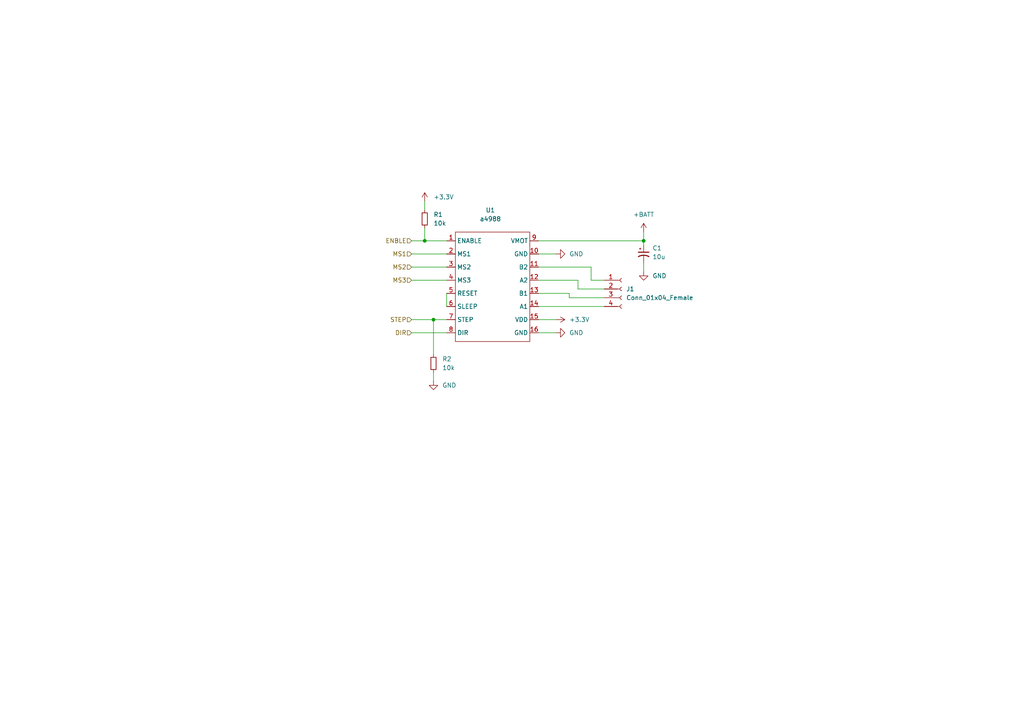
<source format=kicad_sch>
(kicad_sch (version 20211123) (generator eeschema)
  (paper "A4")
  (lib_symbols
    (symbol "Connector:Conn_01x04_Female" (pin_names (offset 1.016) hide)
      (property "Reference" "J" (at 0 5.08 0))
      (property "Value" "Conn_01x04_Female" (at 0 -7.62 0))
      (symbol "Conn_01x04_Female_1_1"
        (arc (start 0 -4.572) (mid -0.508 -5.08) (end 0 -5.588) (stroke (width 0.1524)))
        (arc (start 0 -2.032) (mid -0.508 -2.54) (end 0 -3.048) (stroke (width 0.1524)))
        (polyline (pts (xy -1.27 -5.08) (xy -0.508 -5.08)) (stroke (width 0.1524)))
        (polyline (pts (xy -1.27 -2.54) (xy -0.508 -2.54)) (stroke (width 0.1524)))
        (polyline (pts (xy -1.27 0) (xy -0.508 0)) (stroke (width 0.1524)))
        (polyline (pts (xy -1.27 2.54) (xy -0.508 2.54)) (stroke (width 0.1524)))
        (arc (start 0 0.508) (mid -0.508 0) (end 0 -0.508) (stroke (width 0.1524)))
        (arc (start 0 3.048) (mid -0.508 2.54) (end 0 2.032) (stroke (width 0.1524)))
        (pin passive line (at -5.08 2.54 0) (length 3.81) (name "Pin_1") (number "1"))
        (pin passive line (at -5.08 0 0) (length 3.81) (name "Pin_2") (number "2"))
        (pin passive line (at -5.08 -2.54 0) (length 3.81) (name "Pin_3") (number "3"))
        (pin passive line (at -5.08 -5.08 0) (length 3.81) (name "Pin_4") (number "4"))
      )
    )
    (symbol "Device:C_Polarized_Small_US" (pin_numbers hide) (pin_names (offset 0.254) hide)
      (property "Reference" "C" (at 0.254 1.778 0))
      (property "Value" "C_Polarized_Small_US" (at 0.254 -2.032 0))
      (symbol "C_Polarized_Small_US_0_1"
        (polyline (pts (xy -1.524 0.508) (xy 1.524 0.508)) (stroke (width 0.3048)))
        (polyline (pts (xy -1.27 1.524) (xy -0.762 1.524)))
        (polyline (pts (xy -1.016 1.27) (xy -1.016 1.778)))
        (arc (start 1.524 -0.762) (mid 0 -0.3734) (end -1.524 -0.762) (stroke (width 0.3048)))
      )
      (symbol "C_Polarized_Small_US_1_1"
        (pin passive line (at 0 2.54 270) (length 2.032) (name "~") (number "1"))
        (pin passive line (at 0 -2.54 90) (length 2.032) (name "~") (number "2"))
      )
    )
    (symbol "Device:R_Small" (pin_numbers hide) (pin_names (offset 0.254) hide)
      (property "Reference" "R" (at 0.762 0.508 0))
      (property "Value" "R_Small" (at 0.762 -1.016 0))
      (symbol "R_Small_0_1"
        (rectangle (start -0.762 1.778) (end 0.762 -1.778) (stroke (width 0.2032)))
      )
      (symbol "R_Small_1_1"
        (pin passive line (at 0 2.54 270) (length 0.762) (name "~") (number "1"))
        (pin passive line (at 0 -2.54 90) (length 0.762) (name "~") (number "2"))
      )
    )
    (symbol "power:+3.3V" (power) (pin_names (offset 0))
      (property "Value" "+3.3V" (at 0 3.556 0))
      (symbol "+3.3V_0_1"
        (polyline (pts (xy -0.762 1.27) (xy 0 2.54)))
        (polyline (pts (xy 0 0) (xy 0 2.54)))
        (polyline (pts (xy 0 2.54) (xy 0.762 1.27)))
      )
      (symbol "+3.3V_1_1"
        (pin power_in line (at 0 0 90) (length 0) hide (name "+3.3V") (number "1"))
      )
    )
    (symbol "power:+BATT" (power) (pin_names (offset 0))
      (property "Value" "+BATT" (at 0 3.556 0))
      (symbol "+BATT_0_1"
        (polyline (pts (xy -0.762 1.27) (xy 0 2.54)))
        (polyline (pts (xy 0 0) (xy 0 2.54)))
        (polyline (pts (xy 0 2.54) (xy 0.762 1.27)))
      )
      (symbol "+BATT_1_1"
        (pin power_in line (at 0 0 90) (length 0) hide (name "+BATT") (number "1"))
      )
    )
    (symbol "power:GND" (power) (pin_names (offset 0))
      (property "Value" "GND" (at 0 -3.81 0))
      (symbol "GND_0_1"
        (polyline (pts (xy 0 0) (xy 0 -1.27) (xy 1.27 -1.27) (xy 0 -2.54) (xy -1.27 -1.27) (xy 0 -1.27)))
      )
      (symbol "GND_1_1"
        (pin power_in line (at 0 0 270) (length 0) hide (name "GND") (number "1"))
      )
    )
    (symbol "stepper_music_lib:a4988"
      (property "Reference" "U" (at 0 0 0))
      (property "Value" "a4988" (at 0 -2.54 0))
      (symbol "a4988_0_1"
        (rectangle (start -11.43 -5.08) (end 10.16 -36.83))
      )
      (symbol "a4988_1_1"
        (pin input line (at -13.97 -7.62 0) (length 2.54) (name "ENABLE") (number "1"))
        (pin input line (at 12.7 -11.43 180) (length 2.54) (name "GND") (number "10"))
        (pin output line (at 12.7 -15.24 180) (length 2.54) (name "B2") (number "11"))
        (pin output line (at 12.7 -19.05 180) (length 2.54) (name "A2") (number "12"))
        (pin output line (at 12.7 -22.86 180) (length 2.54) (name "B1") (number "13"))
        (pin output line (at 12.7 -26.67 180) (length 2.54) (name "A1") (number "14"))
        (pin input line (at 12.7 -30.48 180) (length 2.54) (name "VDD") (number "15"))
        (pin input line (at 12.7 -34.29 180) (length 2.54) (name "GND") (number "16"))
        (pin input line (at -13.97 -11.43 0) (length 2.54) (name "MS1") (number "2"))
        (pin input line (at -13.97 -15.24 0) (length 2.54) (name "MS2") (number "3"))
        (pin input line (at -13.97 -19.05 0) (length 2.54) (name "MS3") (number "4"))
        (pin input line (at -13.97 -22.86 0) (length 2.54) (name "RESET") (number "5"))
        (pin input line (at -13.97 -26.67 0) (length 2.54) (name "SLEEP") (number "6"))
        (pin input line (at -13.97 -30.48 0) (length 2.54) (name "STEP") (number "7"))
        (pin input line (at -13.97 -34.29 0) (length 2.54) (name "DIR") (number "8"))
        (pin input line (at 12.7 -7.62 180) (length 2.54) (name "VMOT") (number "9"))
      )
    )
  )
  (junction (at 123.19 69.85))
  (junction (at 186.69 69.85))
  (junction (at 125.73 92.71))
  (wire (pts (xy 156.21 73.66) (xy 161.29 73.66)))
  (wire (pts (xy 123.19 69.85) (xy 129.54 69.85)))
  (wire (pts (xy 156.21 96.52) (xy 161.29 96.52)))
  (wire (pts (xy 165.1 86.36) (xy 175.26 86.36)))
  (wire (pts (xy 186.69 69.85) (xy 186.69 71.12)))
  (wire (pts (xy 129.54 85.09) (xy 129.54 88.9)))
  (wire (pts (xy 167.64 81.28) (xy 167.64 83.82)))
  (wire (pts (xy 119.38 77.47) (xy 129.54 77.47)))
  (wire (pts (xy 119.38 81.28) (xy 129.54 81.28)))
  (wire (pts (xy 156.21 85.09) (xy 165.1 85.09)))
  (wire (pts (xy 167.64 83.82) (xy 175.26 83.82)))
  (wire (pts (xy 186.69 67.31) (xy 186.69 69.85)))
  (wire (pts (xy 125.73 92.71) (xy 125.73 102.87)))
  (wire (pts (xy 156.21 88.9) (xy 175.26 88.9)))
  (wire (pts (xy 123.19 58.42) (xy 123.19 60.96)))
  (wire (pts (xy 156.21 92.71) (xy 161.29 92.71)))
  (wire (pts (xy 156.21 81.28) (xy 167.64 81.28)))
  (wire (pts (xy 165.1 85.09) (xy 165.1 86.36)))
  (wire (pts (xy 125.73 92.71) (xy 129.54 92.71)))
  (wire (pts (xy 119.38 73.66) (xy 129.54 73.66)))
  (wire (pts (xy 171.45 77.47) (xy 171.45 81.28)))
  (wire (pts (xy 171.45 81.28) (xy 175.26 81.28)))
  (wire (pts (xy 119.38 69.85) (xy 123.19 69.85)))
  (wire (pts (xy 186.69 76.2) (xy 186.69 78.74)))
  (wire (pts (xy 119.38 92.71) (xy 125.73 92.71)))
  (wire (pts (xy 156.21 77.47) (xy 171.45 77.47)))
  (wire (pts (xy 123.19 66.04) (xy 123.19 69.85)))
  (wire (pts (xy 119.38 96.52) (xy 129.54 96.52)))
  (wire (pts (xy 125.73 107.95) (xy 125.73 110.49)))
  (wire (pts (xy 156.21 69.85) (xy 186.69 69.85)))
  (hierarchical_label "MS3" (shape input) (at 119.38 81.28 180))
  (hierarchical_label "MS1" (shape input) (at 119.38 73.66 180))
  (hierarchical_label "ENBLE" (shape input) (at 119.38 69.85 180))
  (hierarchical_label "STEP" (shape input) (at 119.38 92.71 180))
  (hierarchical_label "MS2" (shape input) (at 119.38 77.47 180))
  (hierarchical_label "DIR" (shape input) (at 119.38 96.52 180))
  (symbol (lib_id "Connector:Conn_01x04_Female") (at 180.34 83.82 0) (unit 1)
    (property "Reference" "J1" (at 181.61 83.8199 0) (effects (justify left)))
    (property "Value" "Conn_01x04_Female" (at 181.61 86.3599 0) (effects (justify left)))
    (property "Footprint" "Connector_PinSocket_2.54mm:PinSocket_1x04_P2.54mm_Horizontal" (effects hide))
  )
  (symbol (lib_id "power:GND") (at 161.29 73.66 90) (unit 1)
    (property "Reference" "#PWR03" (effects hide))
    (property "Value" "GND" (at 165.1 73.6599 90) (effects (justify right)))
  )
  (symbol (lib_id "Device:R_Small") (at 123.19 63.5 0) (unit 1)
    (property "Reference" "R1" (at 125.73 62.2299 0) (effects (justify left)))
    (property "Value" "10k" (at 125.73 64.7699 0) (effects (justify left)))
    (property "Footprint" "Resistor_SMD:R_0805_2012Metric_Pad1.20x1.40mm_HandSolder" (effects hide))
  )
  (symbol (lib_id "power:GND") (at 186.69 78.74 0) (unit 1)
    (property "Reference" "#PWR07" (effects hide))
    (property "Value" "GND" (at 189.23 80.0099 0) (effects (justify left)))
  )
  (symbol (lib_id "Device:C_Polarized_Small_US") (at 186.69 73.66 0) (unit 1)
    (property "Reference" "C1" (at 189.23 71.9581 0) (effects (justify left)))
    (property "Value" "10u" (at 189.23 74.4981 0) (effects (justify left)))
    (property "Footprint" "Capacitor_THT:CP_Radial_D5.0mm_P2.50mm" (effects hide))
  )
  (symbol (lib_id "stepper_music_lib:a4988") (at 143.51 62.23 0) (unit 1)
    (property "Reference" "U1" (at 142.24 60.96 0))
    (property "Value" "a4988" (at 142.24 63.5 0))
    (property "Footprint" "stepper_music_lib:a4988" (effects hide))
  )
  (symbol (lib_id "power:+BATT") (at 186.69 67.31 0) (unit 1)
    (property "Reference" "#PWR06" (effects hide))
    (property "Value" "+BATT" (at 186.69 62.23 0))
  )
  (symbol (lib_id "power:+3.3V") (at 123.19 58.42 0) (unit 1)
    (property "Reference" "#PWR01" (effects hide))
    (property "Value" "+3.3V" (at 125.73 57.1499 0) (effects (justify left)))
  )
  (symbol (lib_id "power:+3.3V") (at 161.29 92.71 270) (unit 1)
    (property "Reference" "#PWR04" (effects hide))
    (property "Value" "+3.3V" (at 165.1 92.7099 90) (effects (justify left)))
  )
  (symbol (lib_id "power:GND") (at 161.29 96.52 90) (unit 1)
    (property "Reference" "#PWR05" (effects hide))
    (property "Value" "GND" (at 165.1 96.5199 90) (effects (justify right)))
  )
  (symbol (lib_id "power:GND") (at 125.73 110.49 0) (unit 1)
    (property "Reference" "#PWR02" (effects hide))
    (property "Value" "GND" (at 128.27 111.7599 0) (effects (justify left)))
  )
  (symbol (lib_id "Device:R_Small") (at 125.73 105.41 0) (unit 1)
    (property "Reference" "R2" (at 128.27 104.1399 0) (effects (justify left)))
    (property "Value" "10k" (at 128.27 106.6799 0) (effects (justify left)))
    (property "Footprint" "Resistor_SMD:R_0805_2012Metric_Pad1.20x1.40mm_HandSolder" (effects hide))
  )
)
</source>
